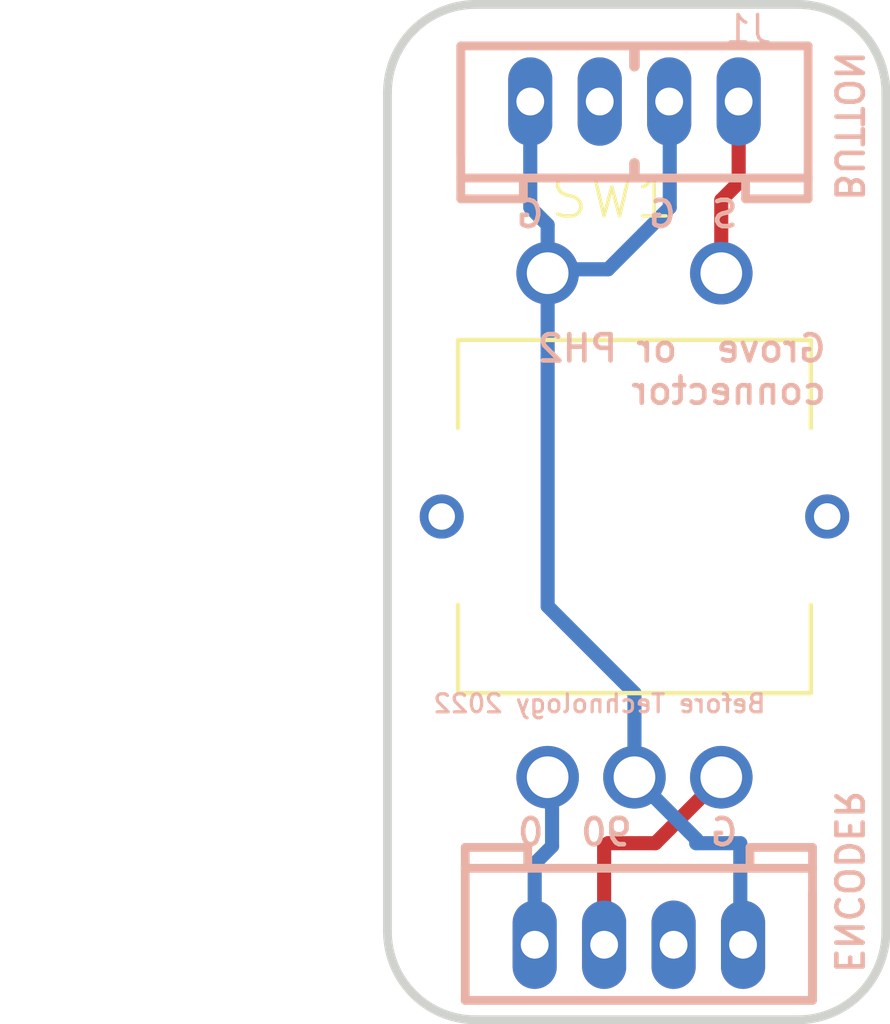
<source format=kicad_pcb>
(kicad_pcb (version 20211014) (generator pcbnew)
  (layers (0 "F.Cu" signal) (31 "B.Cu" signal) (34 "B.Paste" user) (35 "F.Paste" user) (36 "B.SilkS" user "B.Silkscreen") (37 "F.SilkS" user "F.Silkscreen") (38 "B.Mask" user) (39 "F.Mask" user) (44 "Edge.Cuts" user))
  (net 0 "")
  (net 1 "GND")
  (net 2 "N$2")
  (net 3 "N$1")
  (net 4 "N$8")
  (footprint "weaver_encoder:SWITCH-ALPS_ALPS_EC12E_SW" (layer "F.Cu") (at 148.4376 105.1306)
    (fp_text reference "SW1" (at -2.5 -8.5) (layer "F.SilkS") (effects (font (size 1.1684 1.1684) (thickness 0.1016)) (justify left bottom)))
    (fp_text value "SWITCH-ALPS_EC12E_SW")
    (fp_line (start -5.08 5.08) (end 5.08 5.08) (layer "F.SilkS") (width 0.127))
    (fp_line (start 5.08 5.08) (end 5.08 2.54) (layer "F.SilkS") (width 0.127))
    (fp_line (start 5.08 -5.08) (end 5.08 -2.54) (layer "F.SilkS") (width 0.127))
    (fp_line (start -5.08 2.54) (end -5.08 5.08) (layer "F.SilkS") (width 0.127))
    (fp_line (start -5.08 -5.08) (end -5.08 -2.54) (layer "F.SilkS") (width 0.127))
    (fp_line (start -5.08 -5.08) (end 5.08 -5.08) (layer "F.SilkS") (width 0.127))
    (pad "A" thru_hole circle (at -2.5 7.5) (size 1.8 1.8) (drill 1.2) (layers *.Cu *.Mask) (net 3 "N$1"))
    (pad "B" thru_hole circle (at 2.5 7.5) (size 1.8 1.8) (drill 1.2) (layers *.Cu *.Mask) (net 2 "N$2"))
    (pad "C" thru_hole circle (at 0 7.5) (size 1.8 1.8) (drill 1.2) (layers *.Cu *.Mask) (net 1 "GND"))
    (pad "D" thru_hole circle (at -2.5 -7) (size 1.8 1.8) (drill 1.2) (layers *.Cu *.Mask) (net 1 "GND"))
    (pad "E" thru_hole circle (at 2.5 -7) (size 1.8 1.8) (drill 1.2) (layers *.Cu *.Mask) (net 4 "N$8"))
    (pad "GND1" thru_hole circle (at 5.55 0) (size 1.27 1.27) (drill 0.762) (layers *.Cu *.Mask))
    (pad "GND2" thru_hole circle (at -5.55 0) (size 1.27 1.27) (drill 0.762) (layers *.Cu *.Mask))
  )
  (footprint "weaver_encoder:HW4-2.0" (layer "B.Cu") (at 148.5646 117.4496)
    (fp_text reference "J2" hide)
    (fp_text value "4P-2.0" hide)
    (fp_line (start -5 1.6) (end -5 -2.2) (layer "B.SilkS") (width 0.254))
    (fp_line (start -5 -2.2) (end -5 -2.8) (layer "B.SilkS") (width 0.254))
    (fp_line (start -3.2 -2.2) (end 3.2 -2.2) (layer "B.SilkS") (width 0.254))
    (fp_line (start -3.2 -2.8) (end -3.2 -2.2) (layer "B.SilkS") (width 0.254))
    (fp_line (start 3.2 -2.2) (end 3.2 -2.8) (layer "B.SilkS") (width 0.254))
    (fp_line (start 5 -2.8) (end 5 -2.2) (layer "B.SilkS") (width 0.254))
    (fp_line (start -5 1.6) (end 5 1.6) (layer "B.SilkS") (width 0.254))
    (fp_line (start 5 1.5) (end 5 -1.5) (layer "B.SilkS") (width 0.254))
    (fp_line (start -5 -2.2) (end -3.2 -2.2) (layer "B.SilkS") (width 0.254))
    (fp_line (start -5 1) (end -5 -1) (layer "B.SilkS") (width 0.127))
    (fp_line (start 5 -2.2) (end 5 1.6) (layer "B.SilkS") (width 0.254))
    (fp_line (start 3.2 -2.2) (end 5 -2.2) (layer "B.SilkS") (width 0.254))
    (fp_line (start -5 -2.8) (end -3.2 -2.8) (layer "B.SilkS") (width 0.254))
    (fp_line (start 3.2 -2.8) (end 5 -2.8) (layer "B.SilkS") (width 0.254))
    (pad "1" thru_hole oval (at -3 0 270) (size 2.54 1.27) (drill 0.8) (layers *.Cu *.Mask) (net 3 "N$1"))
    (pad "2" thru_hole oval (at -1 0 270) (size 2.54 1.27) (drill 0.8) (layers *.Cu *.Mask) (net 2 "N$2"))
    (pad "3" thru_hole oval (at 1 0 270) (size 2.54 1.27) (drill 0.8) (layers *.Cu *.Mask))
    (pad "4" thru_hole oval (at 3 0 270) (size 2.54 1.27) (drill 0.8) (layers *.Cu *.Mask) (net 1 "GND"))
  )
  (footprint "weaver_encoder:HW4-2.0" (layer "B.Cu") (at 148.4376 93.1926 180)
    (fp_text reference "J1" (at -2.54 2.54) (layer "B.SilkS") (effects (font (size 0.79121 0.79121) (thickness 0.09779)) (justify right top mirror)))
    (fp_text value "4P-2.0")
    (fp_line (start -5 -2.2) (end -3.2 -2.2) (layer "B.SilkS") (width 0.254))
    (fp_line (start -3.2 -2.8) (end -3.2 -2.2) (layer "B.SilkS") (width 0.254))
    (fp_line (start 3.2 -2.2) (end 3.2 -2.8) (layer "B.SilkS") (width 0.254))
    (fp_line (start 5 -2.8) (end 5 -2.2) (layer "B.SilkS") (width 0.254))
    (fp_line (start -5 1.6) (end -5 -2.2) (layer "B.SilkS") (width 0.254))
    (fp_line (start -5 -2.8) (end -3.2 -2.8) (layer "B.SilkS") (width 0.254))
    (fp_line (start 3.2 -2.8) (end 5 -2.8) (layer "B.SilkS") (width 0.254))
    (fp_line (start 5 -2.2) (end 5 1.6) (layer "B.SilkS") (width 0.254))
    (fp_line (start -5 -2.2) (end -5 -2.8) (layer "B.SilkS") (width 0.254))
    (fp_line (start -3.2 -2.2) (end 3.2 -2.2) (layer "B.SilkS") (width 0.254))
    (fp_line (start 5 1.5) (end 5 -1.5) (layer "B.SilkS") (width 0.254))
    (fp_line (start -5 1.6) (end 5 1.6) (layer "B.SilkS") (width 0.254))
    (fp_line (start -5 1) (end -5 -1) (layer "B.SilkS") (width 0.127))
    (fp_line (start 3.2 -2.2) (end 5 -2.2) (layer "B.SilkS") (width 0.254))
    (pad "1" thru_hole oval (at -3 0 90) (size 2.54 1.27) (drill 0.8) (layers *.Cu *.Mask) (net 4 "N$8"))
    (pad "2" thru_hole oval (at -1 0 90) (size 2.54 1.27) (drill 0.8) (layers *.Cu *.Mask) (net 1 "GND"))
    (pad "3" thru_hole oval (at 1 0 90) (size 2.54 1.27) (drill 0.8) (layers *.Cu *.Mask))
    (pad "4" thru_hole oval (at 3 0 90) (size 2.54 1.27) (drill 0.8) (layers *.Cu *.Mask) (net 1 "GND"))
  )
  (gr_line (start 148.4376 95.2246) (end 148.4376 94.9706) (layer "B.SilkS") (width 0.3048))
  (gr_line (start 148.4376 91.6686) (end 148.4376 92.1766) (layer "B.SilkS") (width 0.3048))
  (gr_arc (start 143.8656 119.6086) (mid 142.069549 118.864651) (end 141.3256 117.0686) (layer "Edge.Cuts") (width 0.254))
  (gr_arc (start 153.1366 90.3986) (mid 154.932651 91.142549) (end 155.6766 92.9386) (layer "Edge.Cuts") (width 0.254))
  (gr_arc (start 155.6766 117.0686) (mid 154.932651 118.864651) (end 153.1366 119.6086) (layer "Edge.Cuts") (width 0.254))
  (gr_arc (start 141.3256 92.9386) (mid 142.069549 91.142549) (end 143.8656 90.3986) (layer "Edge.Cuts") (width 0.254))
  (gr_line (start 141.3256 92.9386) (end 141.3256 117.0686) (layer "Edge.Cuts") (width 0.254))
  (gr_line (start 143.8656 90.3986) (end 153.1366 90.3986) (layer "Edge.Cuts") (width 0.254))
  (gr_line (start 153.1366 119.6086) (end 143.8656 119.6086) (layer "Edge.Cuts") (width 0.254))
  (gr_line (start 155.6766 92.9386) (end 155.6766 117.0686) (layer "Edge.Cuts") (width 0.254))
  (gr_text "90" (at 148.4376 114.6556) (layer "B.SilkS") (effects (font (size 0.75565 0.75565) (thickness 0.13335)) (justify left bottom mirror)))
  (gr_text "S" (at 151.4856 96.8756) (layer "B.SilkS") (effects (font (size 0.75565 0.75565) (thickness 0.13335)) (justify left bottom mirror)))
  (gr_text "G" (at 149.7076 96.8756) (layer "B.SilkS") (effects (font (size 0.75565 0.75565) (thickness 0.13335)) (justify left bottom mirror)))
  (gr_text "Before Technology 2022" (at 142.5956 110.2106) (layer "B.SilkS") (effects (font (size 0.51816 0.51816) (thickness 0.09144)) (justify right top mirror)))
  (gr_text "ENCODER" (at 154.1526 118.3386 -90) (layer "B.SilkS") (effects (font (size 0.75565 0.75565) (thickness 0.13335)) (justify left bottom mirror)))
  (gr_text "Grove  or PH2\nconnector" (at 154.0256 101.9556) (layer "B.SilkS") (effects (font (size 0.75565 0.75565) (thickness 0.13335)) (justify left bottom mirror)))
  (gr_text "G" (at 151.4856 114.6556) (layer "B.SilkS") (effects (font (size 0.75565 0.75565) (thickness 0.13335)) (justify left bottom mirror)))
  (gr_text "BUTTON" (at 155.0416 91.6686 -90) (layer "B.SilkS") (effects (font (size 0.75565 0.75565) (thickness 0.13335)) (justify right top mirror)))
  (gr_text "0" (at 145.8976 114.6556) (layer "B.SilkS") (effects (font (size 0.75565 0.75565) (thickness 0.13335)) (justify left bottom mirror)))
  (gr_text "G" (at 145.8976 96.8756) (layer "B.SilkS") (effects (font (size 0.75565 0.75565) (thickness 0.13335)) (justify left bottom mirror)))
  (segment (start 150.2156 114.5286) (end 151.4856 114.5286) (width 0.4064) (layer "B.Cu") (net 1))
  (segment (start 145.9376 98.1306) (end 145.9376 96.7406) (width 0.4064) (layer "B.Cu") (net 1))
  (segment (start 148.4376 112.6306) (end 148.4376 110.2106) (width 0.4064) (layer "B.Cu") (net 1))
  (segment (start 149.4376 93.1926) (end 149.4536 93.1926) (width 0.4064) (layer "B.Cu") (net 1))
  (segment (start 150.2156 114.4086) (end 148.4376 112.6306) (width 0.4064) (layer "B.Cu") (net 1))
  (segment (start 145.4376 96.2406) (end 145.4376 93.1926) (width 0.4064) (layer "B.Cu") (net 1))
  (segment (start 151.4856 114.5286) (end 151.4856 117.3706) (width 0.4064) (layer "B.Cu") (net 1))
  (segment (start 150.2156 114.5286) (end 150.2156 114.4086) (width 0.4064) (layer "B.Cu") (net 1))
  (segment (start 145.9376 107.7106) (end 148.4376 110.2106) (width 0.4064) (layer "B.Cu") (net 1))
  (segment (start 145.9376 96.7406) (end 145.4376 96.2406) (width 0.4064) (layer "B.Cu") (net 1))
  (segment (start 147.6756 98.0186) (end 146.0496 98.0186) (width 0.4064) (layer "B.Cu") (net 1))
  (segment (start 145.9376 98.1306) (end 145.9376 107.7106) (width 0.4064) (layer "B.Cu") (net 1))
  (segment (start 151.4856 117.3706) (end 151.5646 117.4496) (width 0.4064) (layer "B.Cu") (net 1))
  (segment (start 149.4536 93.1926) (end 149.4536 96.2406) (width 0.4064) (layer "B.Cu") (net 1))
  (segment (start 146.0496 98.0186) (end 145.9376 98.1306) (width 0.4064) (layer "B.Cu") (net 1))
  (segment (start 149.4536 96.2406) (end 147.6756 98.0186) (width 0.4064) (layer "B.Cu") (net 1))
  (segment (start 149.0396 114.5286) (end 150.9376 112.6306) (width 0.4064) (layer "F.Cu") (net 2))
  (segment (start 147.6756 114.5286) (end 149.0396 114.5286) (width 0.4064) (layer "F.Cu") (net 2))
  (segment (start 147.5646 117.4496) (end 147.5646 114.6396) (width 0.4064) (layer "F.Cu") (net 2))
  (segment (start 147.5646 114.6396) (end 147.6756 114.5286) (width 0.4064) (layer "F.Cu") (net 2))
  (segment (start 146.0646 114.6156) (end 146.0646 112.7576) (width 0.4064) (layer "B.Cu") (net 3))
  (segment (start 146.0646 112.7576) (end 145.9376 112.6306) (width 0.4064) (layer "B.Cu") (net 3))
  (segment (start 145.5646 117.4496) (end 145.5646 115.1156) (width 0.4064) (layer "B.Cu") (net 3))
  (segment (start 145.5646 115.1156) (end 146.0646 114.6156) (width 0.4064) (layer "B.Cu") (net 3))
  (segment (start 151.4376 93.1926) (end 151.4376 95.5266) (width 0.4064) (layer "F.Cu") (net 4))
  (segment (start 150.9376 96.0266) (end 151.4376 95.5266) (width 0.4064) (layer "F.Cu") (net 4))
  (segment (start 150.9376 98.1306) (end 150.9376 96.0266) (width 0.4064) (layer "F.Cu") (net 4))
  (segment (start 151.4376 95.5266) (end 151.4856 95.4786) (width 0.4064) (layer "F.Cu") (net 4))
)
</source>
